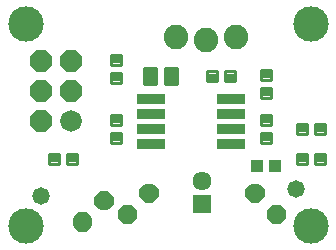
<source format=gts>
G75*
%MOIN*%
%OFA0B0*%
%FSLAX25Y25*%
%IPPOS*%
%LPD*%
%AMOC8*
5,1,8,0,0,1.08239X$1,22.5*
%
%ADD10C,0.11824*%
%ADD11C,0.05800*%
%ADD12C,0.01075*%
%ADD13R,0.06350X0.06350*%
%ADD14C,0.06350*%
%ADD15C,0.01280*%
%ADD16R,0.03950X0.03950*%
%ADD17C,0.07200*%
%ADD18OC8,0.07200*%
%ADD19C,0.01200*%
%ADD20R,0.09500X0.03200*%
%ADD21C,0.08200*%
D10*
X0009323Y0009000D03*
X0104323Y0009000D03*
X0104323Y0076500D03*
X0009323Y0076500D03*
D11*
X0014323Y0019000D03*
X0099323Y0021500D03*
D12*
X0099710Y0033113D02*
X0102936Y0033113D01*
X0102936Y0029887D01*
X0099710Y0029887D01*
X0099710Y0033113D01*
X0099710Y0030961D02*
X0102936Y0030961D01*
X0102936Y0032035D02*
X0099710Y0032035D01*
X0099710Y0033109D02*
X0102936Y0033109D01*
X0105710Y0033113D02*
X0108936Y0033113D01*
X0108936Y0029887D01*
X0105710Y0029887D01*
X0105710Y0033113D01*
X0105710Y0030961D02*
X0108936Y0030961D01*
X0108936Y0032035D02*
X0105710Y0032035D01*
X0105710Y0033109D02*
X0108936Y0033109D01*
X0108936Y0043113D02*
X0105710Y0043113D01*
X0108936Y0043113D02*
X0108936Y0039887D01*
X0105710Y0039887D01*
X0105710Y0043113D01*
X0105710Y0040961D02*
X0108936Y0040961D01*
X0108936Y0042035D02*
X0105710Y0042035D01*
X0105710Y0043109D02*
X0108936Y0043109D01*
X0102936Y0043113D02*
X0099710Y0043113D01*
X0102936Y0043113D02*
X0102936Y0039887D01*
X0099710Y0039887D01*
X0099710Y0043113D01*
X0099710Y0040961D02*
X0102936Y0040961D01*
X0102936Y0042035D02*
X0099710Y0042035D01*
X0099710Y0043109D02*
X0102936Y0043109D01*
X0090936Y0042887D02*
X0090936Y0046113D01*
X0090936Y0042887D02*
X0087710Y0042887D01*
X0087710Y0046113D01*
X0090936Y0046113D01*
X0090936Y0043961D02*
X0087710Y0043961D01*
X0087710Y0045035D02*
X0090936Y0045035D01*
X0090936Y0046109D02*
X0087710Y0046109D01*
X0090936Y0051887D02*
X0090936Y0055113D01*
X0090936Y0051887D02*
X0087710Y0051887D01*
X0087710Y0055113D01*
X0090936Y0055113D01*
X0090936Y0052961D02*
X0087710Y0052961D01*
X0087710Y0054035D02*
X0090936Y0054035D01*
X0090936Y0055109D02*
X0087710Y0055109D01*
X0090936Y0057887D02*
X0090936Y0061113D01*
X0090936Y0057887D02*
X0087710Y0057887D01*
X0087710Y0061113D01*
X0090936Y0061113D01*
X0090936Y0058961D02*
X0087710Y0058961D01*
X0087710Y0060035D02*
X0090936Y0060035D01*
X0090936Y0061109D02*
X0087710Y0061109D01*
X0078936Y0060613D02*
X0075710Y0060613D01*
X0078936Y0060613D02*
X0078936Y0057387D01*
X0075710Y0057387D01*
X0075710Y0060613D01*
X0075710Y0058461D02*
X0078936Y0058461D01*
X0078936Y0059535D02*
X0075710Y0059535D01*
X0075710Y0060609D02*
X0078936Y0060609D01*
X0072936Y0060613D02*
X0069710Y0060613D01*
X0072936Y0060613D02*
X0072936Y0057387D01*
X0069710Y0057387D01*
X0069710Y0060613D01*
X0069710Y0058461D02*
X0072936Y0058461D01*
X0072936Y0059535D02*
X0069710Y0059535D01*
X0069710Y0060609D02*
X0072936Y0060609D01*
X0090936Y0040113D02*
X0090936Y0036887D01*
X0087710Y0036887D01*
X0087710Y0040113D01*
X0090936Y0040113D01*
X0090936Y0037961D02*
X0087710Y0037961D01*
X0087710Y0039035D02*
X0090936Y0039035D01*
X0090936Y0040109D02*
X0087710Y0040109D01*
X0040936Y0040113D02*
X0040936Y0036887D01*
X0037710Y0036887D01*
X0037710Y0040113D01*
X0040936Y0040113D01*
X0040936Y0037961D02*
X0037710Y0037961D01*
X0037710Y0039035D02*
X0040936Y0039035D01*
X0040936Y0040109D02*
X0037710Y0040109D01*
X0040936Y0042887D02*
X0040936Y0046113D01*
X0040936Y0042887D02*
X0037710Y0042887D01*
X0037710Y0046113D01*
X0040936Y0046113D01*
X0040936Y0043961D02*
X0037710Y0043961D01*
X0037710Y0045035D02*
X0040936Y0045035D01*
X0040936Y0046109D02*
X0037710Y0046109D01*
X0040936Y0056887D02*
X0040936Y0060113D01*
X0040936Y0056887D02*
X0037710Y0056887D01*
X0037710Y0060113D01*
X0040936Y0060113D01*
X0040936Y0057961D02*
X0037710Y0057961D01*
X0037710Y0059035D02*
X0040936Y0059035D01*
X0040936Y0060109D02*
X0037710Y0060109D01*
X0040936Y0062887D02*
X0040936Y0066113D01*
X0040936Y0062887D02*
X0037710Y0062887D01*
X0037710Y0066113D01*
X0040936Y0066113D01*
X0040936Y0063961D02*
X0037710Y0063961D01*
X0037710Y0065035D02*
X0040936Y0065035D01*
X0040936Y0066109D02*
X0037710Y0066109D01*
X0026436Y0033113D02*
X0023210Y0033113D01*
X0026436Y0033113D02*
X0026436Y0029887D01*
X0023210Y0029887D01*
X0023210Y0033113D01*
X0023210Y0030961D02*
X0026436Y0030961D01*
X0026436Y0032035D02*
X0023210Y0032035D01*
X0023210Y0033109D02*
X0026436Y0033109D01*
X0020436Y0033113D02*
X0017210Y0033113D01*
X0020436Y0033113D02*
X0020436Y0029887D01*
X0017210Y0029887D01*
X0017210Y0033113D01*
X0017210Y0030961D02*
X0020436Y0030961D01*
X0020436Y0032035D02*
X0017210Y0032035D01*
X0017210Y0033109D02*
X0020436Y0033109D01*
D13*
X0068073Y0016313D03*
D14*
X0068073Y0024187D03*
D15*
X0087706Y0020456D02*
X0088346Y0021096D01*
X0088346Y0018976D01*
X0086847Y0017477D01*
X0084727Y0017477D01*
X0083228Y0018976D01*
X0083228Y0021096D01*
X0084727Y0022595D01*
X0086847Y0022595D01*
X0088346Y0021096D01*
X0087386Y0020699D01*
X0087386Y0019373D01*
X0086450Y0018437D01*
X0085124Y0018437D01*
X0084188Y0019373D01*
X0084188Y0020699D01*
X0085124Y0021635D01*
X0086450Y0021635D01*
X0087386Y0020699D01*
X0086426Y0020301D01*
X0086426Y0019771D01*
X0086052Y0019397D01*
X0085522Y0019397D01*
X0085148Y0019771D01*
X0085148Y0020301D01*
X0085522Y0020675D01*
X0086052Y0020675D01*
X0086426Y0020301D01*
X0094778Y0013384D02*
X0095418Y0014024D01*
X0095418Y0011904D01*
X0093919Y0010405D01*
X0091799Y0010405D01*
X0090300Y0011904D01*
X0090300Y0014024D01*
X0091799Y0015523D01*
X0093919Y0015523D01*
X0095418Y0014024D01*
X0094458Y0013627D01*
X0094458Y0012301D01*
X0093522Y0011365D01*
X0092196Y0011365D01*
X0091260Y0012301D01*
X0091260Y0013627D01*
X0092196Y0014563D01*
X0093522Y0014563D01*
X0094458Y0013627D01*
X0093498Y0013229D01*
X0093498Y0012699D01*
X0093124Y0012325D01*
X0092594Y0012325D01*
X0092220Y0012699D01*
X0092220Y0013229D01*
X0092594Y0013603D01*
X0093124Y0013603D01*
X0093498Y0013229D01*
X0049939Y0021955D02*
X0049299Y0022595D01*
X0051419Y0022595D01*
X0052918Y0021096D01*
X0052918Y0018976D01*
X0051419Y0017477D01*
X0049299Y0017477D01*
X0047800Y0018976D01*
X0047800Y0021096D01*
X0049299Y0022595D01*
X0049696Y0021635D01*
X0051022Y0021635D01*
X0051958Y0020699D01*
X0051958Y0019373D01*
X0051022Y0018437D01*
X0049696Y0018437D01*
X0048760Y0019373D01*
X0048760Y0020699D01*
X0049696Y0021635D01*
X0050094Y0020675D01*
X0050624Y0020675D01*
X0050998Y0020301D01*
X0050998Y0019771D01*
X0050624Y0019397D01*
X0050094Y0019397D01*
X0049720Y0019771D01*
X0049720Y0020301D01*
X0050094Y0020675D01*
X0042867Y0014883D02*
X0042227Y0015523D01*
X0044347Y0015523D01*
X0045846Y0014024D01*
X0045846Y0011904D01*
X0044347Y0010405D01*
X0042227Y0010405D01*
X0040728Y0011904D01*
X0040728Y0014024D01*
X0042227Y0015523D01*
X0042624Y0014563D01*
X0043950Y0014563D01*
X0044886Y0013627D01*
X0044886Y0012301D01*
X0043950Y0011365D01*
X0042624Y0011365D01*
X0041688Y0012301D01*
X0041688Y0013627D01*
X0042624Y0014563D01*
X0043022Y0013603D01*
X0043552Y0013603D01*
X0043926Y0013229D01*
X0043926Y0012699D01*
X0043552Y0012325D01*
X0043022Y0012325D01*
X0042648Y0012699D01*
X0042648Y0013229D01*
X0043022Y0013603D01*
X0034939Y0019455D02*
X0034299Y0020095D01*
X0036419Y0020095D01*
X0037918Y0018596D01*
X0037918Y0016476D01*
X0036419Y0014977D01*
X0034299Y0014977D01*
X0032800Y0016476D01*
X0032800Y0018596D01*
X0034299Y0020095D01*
X0034696Y0019135D01*
X0036022Y0019135D01*
X0036958Y0018199D01*
X0036958Y0016873D01*
X0036022Y0015937D01*
X0034696Y0015937D01*
X0033760Y0016873D01*
X0033760Y0018199D01*
X0034696Y0019135D01*
X0035094Y0018175D01*
X0035624Y0018175D01*
X0035998Y0017801D01*
X0035998Y0017271D01*
X0035624Y0016897D01*
X0035094Y0016897D01*
X0034720Y0017271D01*
X0034720Y0017801D01*
X0035094Y0018175D01*
X0027867Y0012383D02*
X0027227Y0013023D01*
X0029347Y0013023D01*
X0030846Y0011524D01*
X0030846Y0009404D01*
X0029347Y0007905D01*
X0027227Y0007905D01*
X0025728Y0009404D01*
X0025728Y0011524D01*
X0027227Y0013023D01*
X0027624Y0012063D01*
X0028950Y0012063D01*
X0029886Y0011127D01*
X0029886Y0009801D01*
X0028950Y0008865D01*
X0027624Y0008865D01*
X0026688Y0009801D01*
X0026688Y0011127D01*
X0027624Y0012063D01*
X0028022Y0011103D01*
X0028552Y0011103D01*
X0028926Y0010729D01*
X0028926Y0010199D01*
X0028552Y0009825D01*
X0028022Y0009825D01*
X0027648Y0010199D01*
X0027648Y0010729D01*
X0028022Y0011103D01*
D16*
X0086370Y0029000D03*
X0092276Y0029000D03*
D17*
X0024323Y0044000D03*
D18*
X0014323Y0044000D03*
X0014323Y0054000D03*
X0024323Y0054000D03*
X0024323Y0064000D03*
X0014323Y0064000D03*
D19*
X0049023Y0056450D02*
X0052623Y0056450D01*
X0049023Y0056450D02*
X0049023Y0061550D01*
X0052623Y0061550D01*
X0052623Y0056450D01*
X0052623Y0057649D02*
X0049023Y0057649D01*
X0049023Y0058848D02*
X0052623Y0058848D01*
X0052623Y0060047D02*
X0049023Y0060047D01*
X0049023Y0061246D02*
X0052623Y0061246D01*
X0056023Y0056450D02*
X0059623Y0056450D01*
X0056023Y0056450D02*
X0056023Y0061550D01*
X0059623Y0061550D01*
X0059623Y0056450D01*
X0059623Y0057649D02*
X0056023Y0057649D01*
X0056023Y0058848D02*
X0059623Y0058848D01*
X0059623Y0060047D02*
X0056023Y0060047D01*
X0056023Y0061246D02*
X0059623Y0061246D01*
D20*
X0051123Y0051500D03*
X0051123Y0046500D03*
X0051123Y0041500D03*
X0051123Y0036500D03*
X0077623Y0036500D03*
X0077623Y0041500D03*
X0077623Y0046500D03*
X0077623Y0051500D03*
D21*
X0069323Y0071000D03*
X0079323Y0072000D03*
X0059323Y0072000D03*
M02*

</source>
